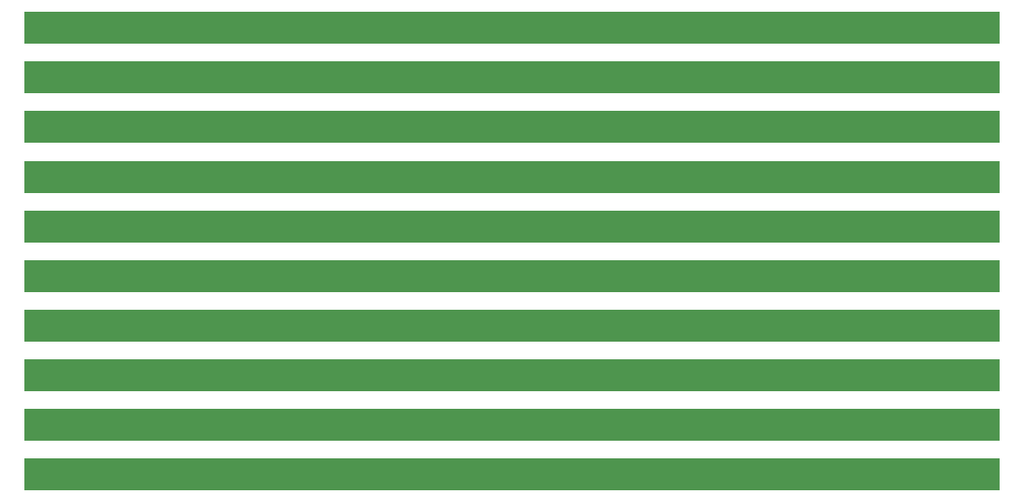
<source format=gts>
G04*
G04 #@! TF.GenerationSoftware,Altium Limited,Altium Designer,21.3.2 (30)*
G04*
G04 Layer_Color=8388736*
%FSLAX25Y25*%
%MOIN*%
G70*
G04*
G04 #@! TF.SameCoordinates,6AE65C0D-1D2A-47B7-BFB0-4F28CD664EAD*
G04*
G04*
G04 #@! TF.FilePolarity,Negative*
G04*
G01*
G75*
%ADD11R,3.86627X0.12611*%
D11*
X192913Y5906D02*
D03*
Y25591D02*
D03*
Y45276D02*
D03*
Y64961D02*
D03*
Y84646D02*
D03*
Y104331D02*
D03*
Y124016D02*
D03*
Y143701D02*
D03*
Y163386D02*
D03*
Y183071D02*
D03*
M02*

</source>
